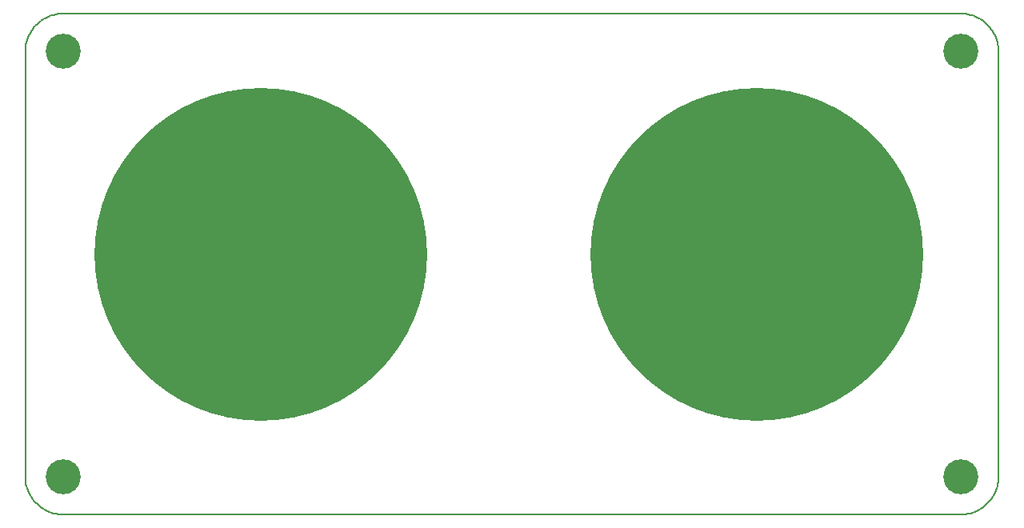
<source format=gts>
G04*
G04 #@! TF.GenerationSoftware,Altium Limited,Altium Designer,20.0.13 (296)*
G04*
G04 Layer_Color=8388736*
%FSLAX25Y25*%
%MOIN*%
G70*
G01*
G75*
%ADD10C,0.00787*%
%ADD12C,1.38595*%
%ADD13C,0.14580*%
D10*
X183465Y415354D02*
X182476Y415323D01*
X181491Y415230D01*
X180514Y415075D01*
X179548Y414860D01*
X178598Y414584D01*
X177667Y414248D01*
X176759Y413856D01*
X175878Y413406D01*
X175026Y412903D01*
X174208Y412347D01*
X173426Y411740D01*
X172684Y411086D01*
X171985Y410387D01*
X171330Y409645D01*
X170724Y408863D01*
X170168Y408044D01*
X169665Y407193D01*
X169215Y406312D01*
X168822Y405404D01*
X168487Y404473D01*
X168211Y403523D01*
X167996Y402557D01*
X167841Y401580D01*
X167748Y400595D01*
X167717Y399606D01*
Y222441D02*
X167748Y221452D01*
X167841Y220467D01*
X167996Y219490D01*
X168211Y218525D01*
X168487Y217575D01*
X168822Y216644D01*
X169215Y215736D01*
X169665Y214854D01*
X170168Y214003D01*
X170724Y213184D01*
X171330Y212403D01*
X171985Y211661D01*
X172684Y210961D01*
X173426Y210307D01*
X174208Y209700D01*
X175026Y209144D01*
X175878Y208641D01*
X176759Y208192D01*
X177667Y207799D01*
X178598Y207464D01*
X179548Y207188D01*
X180514Y206972D01*
X181491Y206817D01*
X182476Y206724D01*
X183465Y206693D01*
X557480D02*
X558469Y206724D01*
X559454Y206817D01*
X560431Y206972D01*
X561397Y207188D01*
X562347Y207464D01*
X563278Y207799D01*
X564185Y208192D01*
X565067Y208641D01*
X565918Y209144D01*
X566737Y209700D01*
X567519Y210307D01*
X568261Y210961D01*
X568960Y211661D01*
X569614Y212403D01*
X570221Y213184D01*
X570777Y214003D01*
X571280Y214854D01*
X571730Y215736D01*
X572122Y216644D01*
X572458Y217575D01*
X572734Y218525D01*
X572949Y219490D01*
X573104Y220467D01*
X573197Y221452D01*
X573228Y222441D01*
Y399606D02*
X573197Y400595D01*
X573104Y401580D01*
X572949Y402557D01*
X572734Y403523D01*
X572458Y404473D01*
X572122Y405404D01*
X571730Y406312D01*
X571280Y407193D01*
X570777Y408044D01*
X570221Y408863D01*
X569614Y409645D01*
X568960Y410387D01*
X568261Y411086D01*
X567519Y411740D01*
X566737Y412347D01*
X565918Y412903D01*
X565067Y413406D01*
X564185Y413856D01*
X563277Y414248D01*
X562347Y414584D01*
X561397Y414860D01*
X560431Y415075D01*
X559454Y415230D01*
X558469Y415323D01*
X557480Y415354D01*
X183465D02*
X557480D01*
X167717Y222441D02*
Y399606D01*
X183465Y206693D02*
X557480D01*
X573228Y222441D02*
Y399606D01*
D12*
X472441Y314961D02*
D03*
X265748D02*
D03*
D13*
X183465Y399606D02*
D03*
Y222441D02*
D03*
X557480D02*
D03*
Y399606D02*
D03*
M02*

</source>
